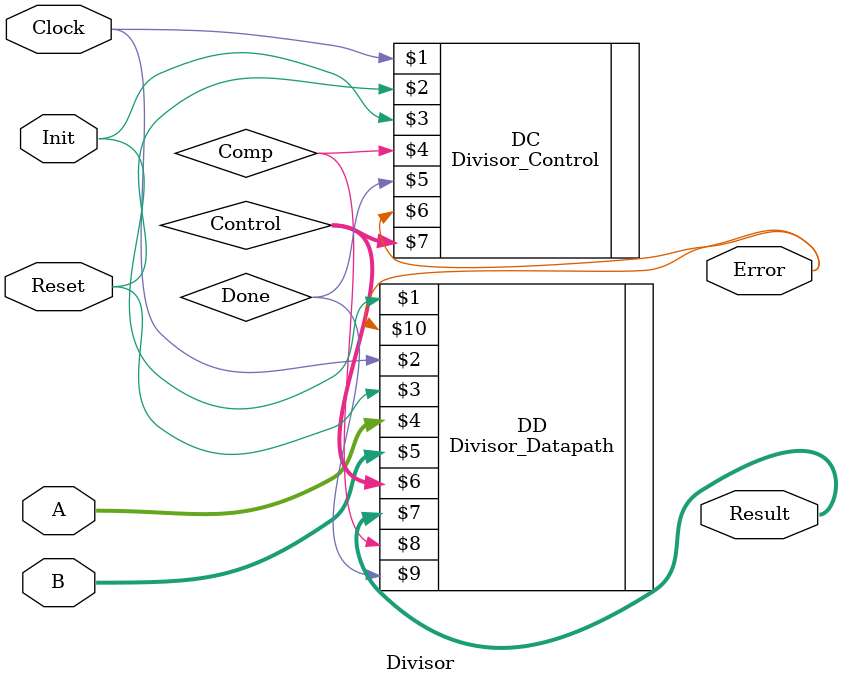
<source format=v>
module Divisor(Clock, Reset, Init, A, B, Result, Error);

input wire Clock;
input wire Reset;
input wire Init;
input wire [2:0] A;
input wire [2:0] B;
output wire [2:0] Result;
output wire Error;

wire Comp;
wire [3:0] Control;
wire Done;

Divisor_Control DC (Clock, Reset, Init, Comp, Done, Error, Control);
Divisor_Datapath DD (Init, Clock, Reset, A, B, Control, Result, Comp, Done, Error);

endmodule

</source>
